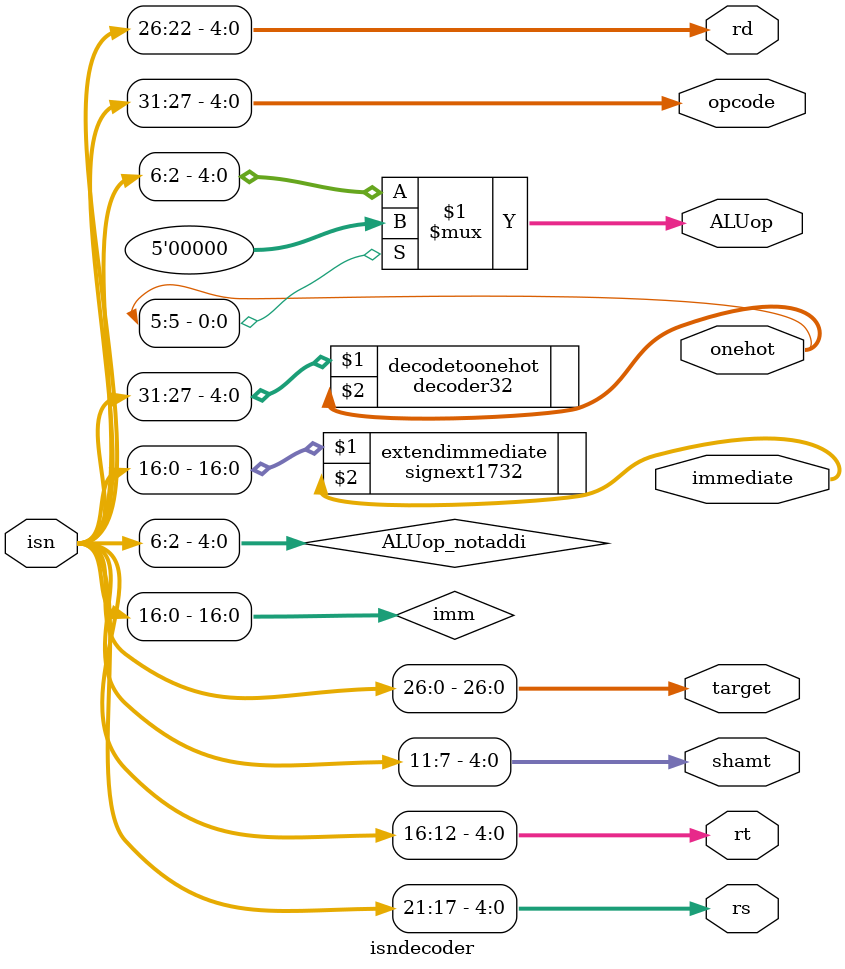
<source format=v>

module isndecoder(isn, opcode, rd, rs, rt, shamt, ALUop, immediate, target, onehot);

	input [31:0] isn;
	output [4:0] opcode, rd, rs, rt, shamt, ALUop;
	output [31:0] immediate;
	output [26:0] target;
	output [31:0] onehot;
	wire [16:0] imm;
	
	wire [4:0] ALUop_notaddi;
	
	assign opcode = isn[31:27];
	assign rd = isn[26:22];
	assign rs = isn[21:17];
	assign rt = isn[16:12];
	assign shamt = isn[11:7];
	assign ALUop_notaddi = isn[6:2];
	assign imm = isn[16:0];
	assign target = isn[26:0];
	
   signext1732 extendimmediate(imm, immediate);
	decoder32 decodetoonehot(opcode, onehot);

	assign ALUop = onehot[5'b00101] ? 5'b00000 : ALUop_notaddi;

endmodule 

</source>
